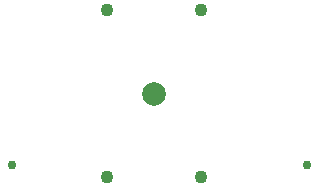
<source format=gbr>
%TF.GenerationSoftware,Altium Limited,Altium Designer,22.4.2 (48)*%
G04 Layer_Color=0*
%FSLAX26Y26*%
%MOIN*%
%TF.SameCoordinates,B812F889-C0D6-4E0A-92BC-1FC44A6A00D5*%
%TF.FilePolarity,Positive*%
%TF.FileFunction,Plated,1,2,PTH,Drill*%
%TF.Part,Single*%
G01*
G75*
%TA.AperFunction,OtherDrill,Pad Free-24 (275.59mil,511.812mil)*%
%ADD25C,0.030000*%
%TA.AperFunction,OtherDrill,Pad Free-23 (1259.842mil,511.812mil)*%
%ADD26C,0.030000*%
%TA.AperFunction,ComponentDrill*%
%ADD27C,0.043307*%
%TA.AperFunction,OtherDrill,Pad Free-22 (748.032mil,748.032mil)*%
%ADD28C,0.078740*%
D25*
X275590Y511812D02*
D03*
D26*
X1259842D02*
D03*
D27*
X590552Y1027560D02*
D03*
Y472440D02*
D03*
X905512Y1027560D02*
D03*
Y472440D02*
D03*
D28*
X748032Y748032D02*
D03*
%TF.MD5,afdcb212b428eae89a476121d39a30a5*%
M02*

</source>
